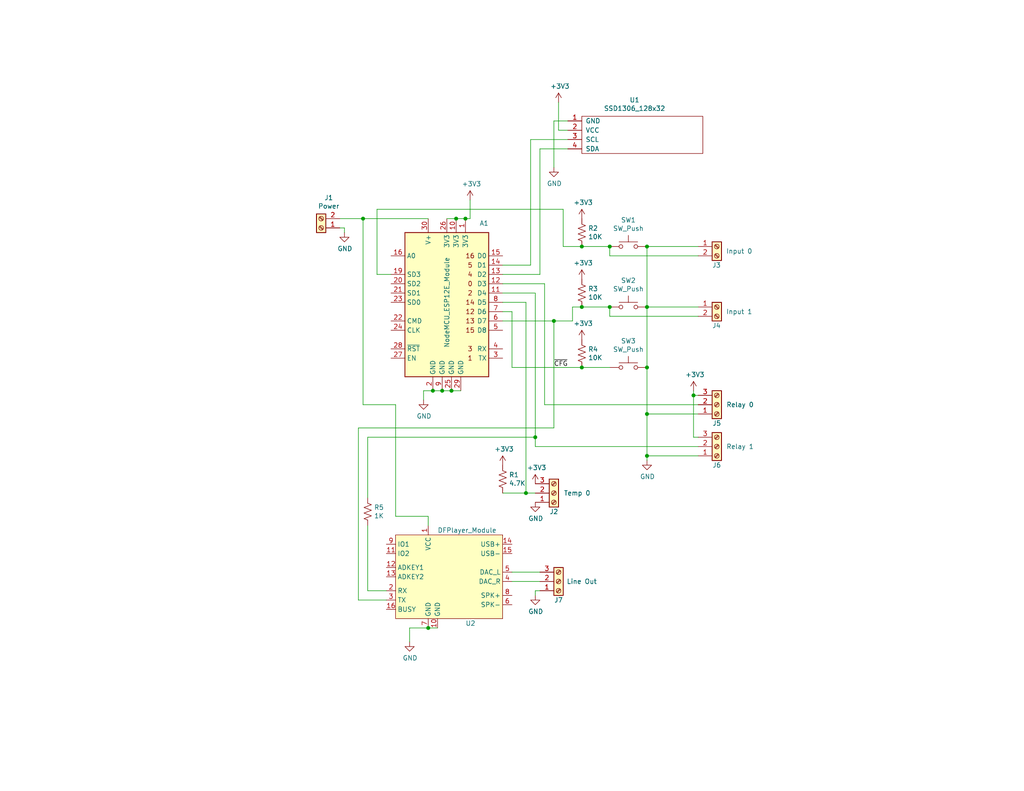
<source format=kicad_sch>
(kicad_sch (version 20211123) (generator eeschema)
  (paper "USLetter")
  (lib_symbols
    (symbol "Connector:Screw_Terminal_01x02" (pin_names (offset 1.016) hide)
      (property "Reference" "J" (at 0 2.54 0))
      (property "Value" "Screw_Terminal_01x02" (at 0 -5.08 0))
      (symbol "Screw_Terminal_01x02_1_1"
        (rectangle (start -1.27 1.27) (end 1.27 -3.81) (stroke (width 0.254)) (fill (type background)))
        (circle (center 0 -2.54) (radius 0.635) (stroke (width 0.1524)))
        (polyline (pts (xy -0.5334 -2.2098) (xy 0.3302 -3.048)) (stroke (width 0.1524)))
        (polyline (pts (xy -0.5334 0.3302) (xy 0.3302 -0.508)) (stroke (width 0.1524)))
        (polyline (pts (xy -0.3556 -2.032) (xy 0.508 -2.8702)) (stroke (width 0.1524)))
        (polyline (pts (xy -0.3556 0.508) (xy 0.508 -0.3302)) (stroke (width 0.1524)))
        (circle (center 0 0) (radius 0.635) (stroke (width 0.1524)))
        (pin passive line (at -5.08 0 0) (length 3.81) (name "Pin_1") (number "1"))
        (pin passive line (at -5.08 -2.54 0) (length 3.81) (name "Pin_2") (number "2"))
      )
    )
    (symbol "Connector:Screw_Terminal_01x03" (pin_names (offset 1.016) hide)
      (property "Reference" "J" (at 0 5.08 0))
      (property "Value" "Screw_Terminal_01x03" (at 0 -5.08 0))
      (symbol "Screw_Terminal_01x03_1_1"
        (rectangle (start -1.27 3.81) (end 1.27 -3.81) (stroke (width 0.254)) (fill (type background)))
        (circle (center 0 -2.54) (radius 0.635) (stroke (width 0.1524)))
        (polyline (pts (xy -0.5334 -2.2098) (xy 0.3302 -3.048)) (stroke (width 0.1524)))
        (polyline (pts (xy -0.5334 0.3302) (xy 0.3302 -0.508)) (stroke (width 0.1524)))
        (polyline (pts (xy -0.5334 2.8702) (xy 0.3302 2.032)) (stroke (width 0.1524)))
        (polyline (pts (xy -0.3556 -2.032) (xy 0.508 -2.8702)) (stroke (width 0.1524)))
        (polyline (pts (xy -0.3556 0.508) (xy 0.508 -0.3302)) (stroke (width 0.1524)))
        (polyline (pts (xy -0.3556 3.048) (xy 0.508 2.2098)) (stroke (width 0.1524)))
        (circle (center 0 0) (radius 0.635) (stroke (width 0.1524)))
        (circle (center 0 2.54) (radius 0.635) (stroke (width 0.1524)))
        (pin passive line (at -5.08 2.54 0) (length 3.81) (name "Pin_1") (number "1"))
        (pin passive line (at -5.08 0 0) (length 3.81) (name "Pin_2") (number "2"))
        (pin passive line (at -5.08 -2.54 0) (length 3.81) (name "Pin_3") (number "3"))
      )
    )
    (symbol "Device:R_US" (pin_numbers hide) (pin_names (offset 0))
      (property "Reference" "R" (at 2.54 0 90))
      (property "Value" "R_US" (at -2.54 0 90))
      (symbol "R_US_0_1"
        (polyline (pts (xy 0 -2.286) (xy 0 -2.54)))
        (polyline (pts (xy 0 2.286) (xy 0 2.54)))
        (polyline (pts (xy 0 -0.762) (xy 1.016 -1.143) (xy 0 -1.524) (xy -1.016 -1.905) (xy 0 -2.286)))
        (polyline (pts (xy 0 0.762) (xy 1.016 0.381) (xy 0 0) (xy -1.016 -0.381) (xy 0 -0.762)))
        (polyline (pts (xy 0 2.286) (xy 1.016 1.905) (xy 0 1.524) (xy -1.016 1.143) (xy 0 0.762)))
      )
      (symbol "R_US_1_1"
        (pin passive line (at 0 3.81 270) (length 1.27) (name "~") (number "1"))
        (pin passive line (at 0 -3.81 90) (length 1.27) (name "~") (number "2"))
      )
    )
    (symbol "MDS_Library:DFPlayer_Module"
      (property "Reference" "U" (at 8.89 -22.86 0))
      (property "Value" "DFPlayer_Module" (at 8.89 -20.32 0))
      (symbol "DFPlayer_Module_0_0"
        (pin power_in line (at 2.54 -7.62 270) (length 2.54) (name "VCC") (number "1"))
        (pin power_in line (at 5.08 -35.56 90) (length 2.54) (name "GND") (number "10"))
        (pin input line (at -8.89 -15.24 0) (length 2.54) (name "IO2") (number "11"))
        (pin input line (at -8.89 -19.05 0) (length 2.54) (name "ADKEY1") (number "12"))
        (pin input line (at -8.89 -21.59 0) (length 2.54) (name "ADKEY2") (number "13"))
        (pin bidirectional line (at 25.4 -12.7 180) (length 2.54) (name "USB+") (number "14"))
        (pin bidirectional line (at 25.4 -15.24 180) (length 2.54) (name "USB-") (number "15"))
        (pin output line (at -8.89 -30.48 0) (length 2.54) (name "BUSY") (number "16"))
        (pin input line (at -8.89 -25.4 0) (length 2.54) (name "RX") (number "2"))
        (pin output line (at -8.89 -27.94 0) (length 2.54) (name "TX") (number "3"))
        (pin output line (at 25.4 -22.86 180) (length 2.54) (name "DAC_R") (number "4"))
        (pin output line (at 25.4 -20.32 180) (length 2.54) (name "DAC_L") (number "5"))
        (pin output line (at 25.4 -29.21 180) (length 2.54) (name "SPK-") (number "6"))
        (pin power_in line (at 2.54 -35.56 90) (length 2.54) (name "GND") (number "7"))
        (pin output line (at 25.4 -26.67 180) (length 2.54) (name "SPK+") (number "8"))
        (pin input line (at -8.89 -12.7 0) (length 2.54) (name "IO1") (number "9"))
      )
      (symbol "DFPlayer_Module_0_1"
        (rectangle (start -6.35 -10.16) (end 22.86 -33.02) (stroke (width 0.1524)) (fill (type background)))
      )
    )
    (symbol "NodeMCU:NodeMCU_ESP12E_Module"
      (property "Reference" "A" (at 7.62 19.05 0))
      (property "Value" "NodeMCU_ESP12E_Module" (at 7.62 -25.4 0))
      (symbol "NodeMCU_ESP12E_Module_0_0"
        (text "0" (at 6.35 2.54 0) (effects (font (size 1.27 1.27))))
        (text "1" (at 6.35 -17.78 0) (effects (font (size 1.27 1.27))))
        (text "12" (at 6.35 -5.08 0) (effects (font (size 1.27 1.27))))
        (text "13" (at 6.35 -7.62 0) (effects (font (size 1.27 1.27))))
        (text "14" (at 6.35 -2.54 0) (effects (font (size 1.27 1.27))))
        (text "15" (at 6.35 -10.16 0) (effects (font (size 1.27 1.27))))
        (text "16" (at 6.35 10.16 0) (effects (font (size 1.27 1.27))))
        (text "2" (at 6.35 0 0) (effects (font (size 1.27 1.27))))
        (text "3" (at 6.35 -15.24 0) (effects (font (size 1.27 1.27))))
        (text "4" (at 6.35 5.08 0) (effects (font (size 1.27 1.27))))
        (text "5" (at 6.35 7.62 0) (effects (font (size 1.27 1.27))))
      )
      (symbol "NodeMCU_ESP12E_Module_0_1"
        (rectangle (start -11.43 16.51) (end 11.43 -22.86) (stroke (width 0.254)) (fill (type background)))
      )
      (symbol "NodeMCU_ESP12E_Module_1_1"
        (pin power_out line (at 5.08 20.32 270) (length 3.81) (name "3V3") (number "1"))
        (pin power_in line (at 2.54 20.32 270) (length 3.81) (name "3V3") (number "10"))
        (pin bidirectional line (at 15.24 0 180) (length 3.81) (name "D4") (number "11"))
        (pin bidirectional line (at 15.24 2.54 180) (length 3.81) (name "D3") (number "12"))
        (pin bidirectional line (at 15.24 5.08 180) (length 3.81) (name "D2") (number "13"))
        (pin bidirectional line (at 15.24 7.62 180) (length 3.81) (name "D1") (number "14"))
        (pin bidirectional line (at 15.24 10.16 180) (length 3.81) (name "D0") (number "15"))
        (pin bidirectional line (at -15.24 10.16 0) (length 3.81) (name "A0") (number "16"))
        (pin bidirectional line (at -15.24 5.08 0) (length 3.81) (name "SD3") (number "19"))
        (pin power_in line (at -3.81 -26.67 90) (length 3.81) (name "GND") (number "2"))
        (pin bidirectional line (at -15.24 2.54 0) (length 3.81) (name "SD2") (number "20"))
        (pin bidirectional line (at -15.24 0 0) (length 3.81) (name "SD1") (number "21"))
        (pin bidirectional line (at -15.24 -7.62 0) (length 3.81) (name "CMD") (number "22"))
        (pin bidirectional line (at -15.24 -2.54 0) (length 3.81) (name "SD0") (number "23"))
        (pin bidirectional line (at -15.24 -10.16 0) (length 3.81) (name "CLK") (number "24"))
        (pin power_in line (at 1.27 -26.67 90) (length 3.81) (name "GND") (number "25"))
        (pin power_in line (at 0 20.32 270) (length 3.81) (name "3V3") (number "26"))
        (pin input line (at -15.24 -17.78 0) (length 3.81) (name "EN") (number "27"))
        (pin input line (at -15.24 -15.24 0) (length 3.81) (name "~{RST}") (number "28"))
        (pin power_in line (at 3.81 -26.67 90) (length 3.81) (name "GND") (number "29"))
        (pin bidirectional line (at 15.24 -17.78 180) (length 3.81) (name "TX") (number "3"))
        (pin power_in line (at -5.08 20.32 270) (length 3.81) (name "V+") (number "30"))
        (pin bidirectional line (at 15.24 -15.24 180) (length 3.81) (name "RX") (number "4"))
        (pin bidirectional line (at 15.24 -10.16 180) (length 3.81) (name "D8") (number "5"))
        (pin bidirectional line (at 15.24 -7.62 180) (length 3.81) (name "D7") (number "6"))
        (pin bidirectional line (at 15.24 -5.08 180) (length 3.81) (name "D6") (number "7"))
        (pin bidirectional line (at 15.24 -2.54 180) (length 3.81) (name "D5") (number "8"))
        (pin power_in line (at -1.27 -26.67 90) (length 3.81) (name "GND") (number "9"))
      )
    )
    (symbol "NodeMCU:SSD1306_128x32" (pin_names (offset 1.016))
      (property "Reference" "U" (at 0 6.35 0))
      (property "Value" "SSD1306_128x32" (at 0 -6.35 0))
      (symbol "SSD1306_128x32_0_1"
        (rectangle (start -16.51 5.08) (end 16.51 -5.08))
      )
      (symbol "SSD1306_128x32_1_1"
        (pin power_in line (at -20.32 3.81 0) (length 3.81) (name "GND") (number "1"))
        (pin power_in line (at -20.32 1.27 0) (length 3.81) (name "VCC") (number "2"))
        (pin bidirectional line (at -20.32 -1.27 0) (length 3.81) (name "SCL") (number "3"))
        (pin bidirectional line (at -20.32 -3.81 0) (length 3.81) (name "SDA") (number "4"))
      )
    )
    (symbol "Switch:SW_Push" (pin_numbers hide) (pin_names (offset 1.016) hide)
      (property "Reference" "SW" (at 1.27 2.54 0))
      (property "Value" "SW_Push" (at 0 -1.524 0))
      (symbol "SW_Push_0_1"
        (circle (center -2.032 0) (radius 0.508))
        (polyline (pts (xy 0 1.27) (xy 0 3.048)))
        (polyline (pts (xy 2.54 1.27) (xy -2.54 1.27)))
        (circle (center 2.032 0) (radius 0.508))
        (pin passive line (at -5.08 0 0) (length 2.54) (name "1") (number "1"))
        (pin passive line (at 5.08 0 180) (length 2.54) (name "2") (number "2"))
      )
    )
    (symbol "power:+3V3" (power) (pin_names (offset 0))
      (property "Value" "+3V3" (at 0 3.556 0))
      (symbol "+3V3_0_1"
        (polyline (pts (xy -0.762 1.27) (xy 0 2.54)))
        (polyline (pts (xy 0 0) (xy 0 2.54)))
        (polyline (pts (xy 0 2.54) (xy 0.762 1.27)))
      )
      (symbol "+3V3_1_1"
        (pin power_in line (at 0 0 90) (length 0) hide (name "+3V3") (number "1"))
      )
    )
    (symbol "power:GND" (power) (pin_names (offset 0))
      (property "Value" "GND" (at 0 -3.81 0))
      (symbol "GND_0_1"
        (polyline (pts (xy 0 0) (xy 0 -1.27) (xy 1.27 -1.27) (xy 0 -2.54) (xy -1.27 -1.27) (xy 0 -1.27)))
      )
      (symbol "GND_1_1"
        (pin power_in line (at 0 0 270) (length 0) hide (name "GND") (number "1"))
      )
    )
  )
  (junction (at 116.84 171.45))
  (junction (at 158.75 67.31))
  (junction (at 146.05 119.38))
  (junction (at 189.23 107.95))
  (junction (at 123.19 106.68))
  (junction (at 151.13 87.63))
  (junction (at 176.53 113.03))
  (junction (at 176.53 124.46))
  (junction (at 176.53 100.33))
  (junction (at 176.53 67.31))
  (junction (at 166.37 83.82))
  (junction (at 158.75 100.33))
  (junction (at 158.75 83.82))
  (junction (at 124.46 59.69))
  (junction (at 118.11 106.68))
  (junction (at 120.65 106.68))
  (junction (at 176.53 83.82))
  (junction (at 127 59.69))
  (junction (at 166.37 67.31))
  (junction (at 99.06 59.69))
  (junction (at 143.51 134.62))
  (wire (pts (xy 139.7 156.21) (xy 147.32 156.21)))
  (wire (pts (xy 146.05 80.01) (xy 146.05 119.38)))
  (wire (pts (xy 102.87 74.93) (xy 102.87 57.15)))
  (wire (pts (xy 116.84 171.45) (xy 119.38 171.45)))
  (wire (pts (xy 176.53 113.03) (xy 176.53 124.46)))
  (wire (pts (xy 137.16 87.63) (xy 151.13 87.63)))
  (wire (pts (xy 158.75 100.33) (xy 139.7 100.33)))
  (wire (pts (xy 190.5 86.36) (xy 166.37 86.36)))
  (wire (pts (xy 116.84 140.97) (xy 116.84 143.51)))
  (wire (pts (xy 100.33 119.38) (xy 100.33 135.89)))
  (wire (pts (xy 100.33 119.38) (xy 146.05 119.38)))
  (wire (pts (xy 190.5 110.49) (xy 148.59 110.49)))
  (wire (pts (xy 152.4 27.94) (xy 152.4 35.56)))
  (wire (pts (xy 97.79 116.84) (xy 97.79 163.83)))
  (wire (pts (xy 124.46 59.69) (xy 127 59.69)))
  (wire (pts (xy 190.5 124.46) (xy 176.53 124.46)))
  (wire (pts (xy 189.23 107.95) (xy 189.23 119.38)))
  (wire (pts (xy 128.27 54.61) (xy 128.27 59.69)))
  (wire (pts (xy 92.71 59.69) (xy 99.06 59.69)))
  (wire (pts (xy 93.98 62.23) (xy 93.98 63.5)))
  (wire (pts (xy 92.71 62.23) (xy 93.98 62.23)))
  (wire (pts (xy 189.23 107.95) (xy 190.5 107.95)))
  (wire (pts (xy 146.05 119.38) (xy 146.05 121.92)))
  (wire (pts (xy 99.06 59.69) (xy 99.06 110.49)))
  (wire (pts (xy 151.13 87.63) (xy 151.13 116.84)))
  (wire (pts (xy 143.51 134.62) (xy 146.05 134.62)))
  (wire (pts (xy 137.16 82.55) (xy 143.51 82.55)))
  (wire (pts (xy 146.05 121.92) (xy 190.5 121.92)))
  (wire (pts (xy 176.53 100.33) (xy 176.53 113.03)))
  (wire (pts (xy 137.16 80.01) (xy 146.05 80.01)))
  (wire (pts (xy 120.65 106.68) (xy 118.11 106.68)))
  (wire (pts (xy 144.78 38.1) (xy 144.78 72.39)))
  (wire (pts (xy 156.21 87.63) (xy 156.21 83.82)))
  (wire (pts (xy 153.67 67.31) (xy 158.75 67.31)))
  (wire (pts (xy 190.5 69.85) (xy 166.37 69.85)))
  (wire (pts (xy 137.16 134.62) (xy 143.51 134.62)))
  (wire (pts (xy 118.11 106.68) (xy 115.57 106.68)))
  (wire (pts (xy 166.37 83.82) (xy 158.75 83.82)))
  (wire (pts (xy 166.37 69.85) (xy 166.37 67.31)))
  (wire (pts (xy 190.5 83.82) (xy 176.53 83.82)))
  (wire (pts (xy 127 59.69) (xy 128.27 59.69)))
  (wire (pts (xy 176.53 83.82) (xy 176.53 100.33)))
  (wire (pts (xy 190.5 67.31) (xy 176.53 67.31)))
  (wire (pts (xy 111.76 175.26) (xy 111.76 171.45)))
  (wire (pts (xy 147.32 74.93) (xy 147.32 40.64)))
  (wire (pts (xy 139.7 100.33) (xy 139.7 85.09)))
  (wire (pts (xy 151.13 87.63) (xy 156.21 87.63)))
  (wire (pts (xy 152.4 35.56) (xy 154.94 35.56)))
  (wire (pts (xy 111.76 171.45) (xy 116.84 171.45)))
  (wire (pts (xy 166.37 86.36) (xy 166.37 83.82)))
  (wire (pts (xy 107.95 110.49) (xy 107.95 140.97)))
  (wire (pts (xy 107.95 140.97) (xy 116.84 140.97)))
  (wire (pts (xy 99.06 110.49) (xy 107.95 110.49)))
  (wire (pts (xy 148.59 77.47) (xy 137.16 77.47)))
  (wire (pts (xy 139.7 85.09) (xy 137.16 85.09)))
  (wire (pts (xy 147.32 161.29) (xy 146.05 161.29)))
  (wire (pts (xy 139.7 158.75) (xy 147.32 158.75)))
  (wire (pts (xy 154.94 33.02) (xy 151.13 33.02)))
  (wire (pts (xy 121.92 59.69) (xy 124.46 59.69)))
  (wire (pts (xy 147.32 40.64) (xy 154.94 40.64)))
  (wire (pts (xy 97.79 116.84) (xy 151.13 116.84)))
  (wire (pts (xy 100.33 143.51) (xy 100.33 161.29)))
  (wire (pts (xy 176.53 124.46) (xy 176.53 125.73)))
  (wire (pts (xy 137.16 74.93) (xy 147.32 74.93)))
  (wire (pts (xy 154.94 38.1) (xy 144.78 38.1)))
  (wire (pts (xy 106.68 74.93) (xy 102.87 74.93)))
  (wire (pts (xy 151.13 33.02) (xy 151.13 45.72)))
  (wire (pts (xy 143.51 82.55) (xy 143.51 134.62)))
  (wire (pts (xy 146.05 161.29) (xy 146.05 162.56)))
  (wire (pts (xy 176.53 67.31) (xy 176.53 83.82)))
  (wire (pts (xy 123.19 106.68) (xy 120.65 106.68)))
  (wire (pts (xy 97.79 163.83) (xy 105.41 163.83)))
  (wire (pts (xy 125.73 106.68) (xy 123.19 106.68)))
  (wire (pts (xy 189.23 119.38) (xy 190.5 119.38)))
  (wire (pts (xy 144.78 72.39) (xy 137.16 72.39)))
  (wire (pts (xy 115.57 106.68) (xy 115.57 109.22)))
  (wire (pts (xy 158.75 67.31) (xy 166.37 67.31)))
  (wire (pts (xy 156.21 83.82) (xy 158.75 83.82)))
  (wire (pts (xy 158.75 100.33) (xy 166.37 100.33)))
  (wire (pts (xy 148.59 110.49) (xy 148.59 77.47)))
  (wire (pts (xy 153.67 57.15) (xy 153.67 67.31)))
  (wire (pts (xy 189.23 106.68) (xy 189.23 107.95)))
  (wire (pts (xy 99.06 59.69) (xy 116.84 59.69)))
  (wire (pts (xy 190.5 113.03) (xy 176.53 113.03)))
  (wire (pts (xy 102.87 57.15) (xy 153.67 57.15)))
  (wire (pts (xy 100.33 161.29) (xy 105.41 161.29)))
  (label "~{CFG}" (at 151.13 100.33 0))
  (symbol (lib_id "NodeMCU:NodeMCU_ESP12E_Module") (at 121.92 80.01 0) (unit 1)
    (property "Reference" "A1" (at 132.08 60.96 0))
    (property "Value" "NodeMCU_ESP12E_Module" (at 121.92 82.55 90))
    (property "Footprint" "Module:NodeMCU" (effects hide))
    (property "Datasheet" "https://www.adafruit.com/product/2471" (effects hide))
  )
  (symbol (lib_id "NodeMCU:SSD1306_128x32") (at 175.26 36.83 0) (unit 1)
    (property "Reference" "U1" (at 173.1518 27.305 0))
    (property "Value" "SSD1306_128x32" (at 173.1518 29.6164 0))
    (property "Footprint" "Connector_PinHeader_2.54mm:PinHeader_1x04_P2.54mm_Vertical" (effects hide))
  )
  (symbol (lib_id "power:GND") (at 115.57 109.22 0) (unit 1)
    (property "Reference" "#PWR0101" (effects hide))
    (property "Value" "GND" (at 115.697 113.6142 0))
  )
  (symbol (lib_id "power:+3V3") (at 128.27 54.61 0) (unit 1)
    (property "Reference" "#PWR0102" (effects hide))
    (property "Value" "+3V3" (at 128.651 50.2158 0))
  )
  (symbol (lib_id "power:+3V3") (at 152.4 27.94 0) (unit 1)
    (property "Reference" "#PWR0103" (effects hide))
    (property "Value" "+3V3" (at 152.781 23.5458 0))
  )
  (symbol (lib_id "power:GND") (at 151.13 45.72 0) (unit 1)
    (property "Reference" "#PWR0104" (effects hide))
    (property "Value" "GND" (at 151.257 50.1142 0))
  )
  (symbol (lib_id "Switch:SW_Push") (at 171.45 67.31 0) (unit 1)
    (property "Reference" "SW1" (at 171.45 60.071 0))
    (property "Value" "SW_Push" (at 171.45 62.3824 0))
    (property "Footprint" "Button_Switch_THT:SW_PUSH_6mm_H4.3mm" (effects hide))
  )
  (symbol (lib_id "Switch:SW_Push") (at 171.45 83.82 0) (unit 1)
    (property "Reference" "SW2" (at 171.45 76.581 0))
    (property "Value" "SW_Push" (at 171.45 78.8924 0))
    (property "Footprint" "Button_Switch_THT:SW_PUSH_6mm_H4.3mm" (effects hide))
  )
  (symbol (lib_id "Switch:SW_Push") (at 171.45 100.33 0) (unit 1)
    (property "Reference" "SW3" (at 171.45 93.091 0))
    (property "Value" "SW_Push" (at 171.45 95.4024 0))
    (property "Footprint" "Button_Switch_THT:SW_PUSH_6mm_H4.3mm" (effects hide))
  )
  (symbol (lib_id "Connector:Screw_Terminal_01x03") (at 151.13 134.62 0) (mirror x) (unit 1)
    (property "Reference" "J2" (at 151.13 139.7 0))
    (property "Value" "Temp 0" (at 157.48 134.62 0))
    (property "Footprint" "TerminalBlock_Phoenix:TerminalBlock_Phoenix_MPT-0,5-3-2.54_1x03_P2.54mm_Horizontal" (effects hide))
  )
  (symbol (lib_id "Connector:Screw_Terminal_01x02") (at 87.63 62.23 180) (unit 1)
    (property "Reference" "J1" (at 89.7128 53.975 0))
    (property "Value" "Power" (at 89.7128 56.2864 0))
    (property "Footprint" "TerminalBlock_Phoenix:TerminalBlock_Phoenix_MPT-0,5-2-2.54_1x02_P2.54mm_Horizontal" (effects hide))
  )
  (symbol (lib_id "Connector:Screw_Terminal_01x02") (at 195.58 67.31 0) (unit 1)
    (property "Reference" "J3" (at 194.31 72.39 0) (effects (justify left)))
    (property "Value" "Input 0" (at 198.12 68.58 0) (effects (justify left)))
    (property "Footprint" "TerminalBlock_Phoenix:TerminalBlock_Phoenix_MPT-0,5-2-2.54_1x02_P2.54mm_Horizontal" (effects hide))
  )
  (symbol (lib_id "Connector:Screw_Terminal_01x02") (at 195.58 83.82 0) (unit 1)
    (property "Reference" "J4" (at 194.31 88.9 0) (effects (justify left)))
    (property "Value" "Input 1" (at 198.12 85.09 0) (effects (justify left)))
    (property "Footprint" "TerminalBlock_Phoenix:TerminalBlock_Phoenix_MPT-0,5-2-2.54_1x02_P2.54mm_Horizontal" (effects hide))
  )
  (symbol (lib_id "Connector:Screw_Terminal_01x03") (at 195.58 110.49 0) (mirror x) (unit 1)
    (property "Reference" "J5" (at 195.58 115.57 0))
    (property "Value" "Relay 0" (at 201.93 110.49 0))
    (property "Footprint" "TerminalBlock_Phoenix:TerminalBlock_Phoenix_MPT-0,5-3-2.54_1x03_P2.54mm_Horizontal" (effects hide))
  )
  (symbol (lib_id "Connector:Screw_Terminal_01x03") (at 195.58 121.92 0) (mirror x) (unit 1)
    (property "Reference" "J6" (at 195.58 127 0))
    (property "Value" "Relay 1" (at 201.93 121.92 0))
    (property "Footprint" "TerminalBlock_Phoenix:TerminalBlock_Phoenix_MPT-0,5-3-2.54_1x03_P2.54mm_Horizontal" (effects hide))
  )
  (symbol (lib_id "Device:R_US") (at 158.75 80.01 0) (unit 1)
    (property "Reference" "R3" (at 160.4772 78.8416 0) (effects (justify left)))
    (property "Value" "10K" (at 160.4772 81.153 0) (effects (justify left)))
    (property "Footprint" "Resistor_THT:R_Axial_DIN0207_L6.3mm_D2.5mm_P10.16mm_Horizontal" (effects hide))
  )
  (symbol (lib_id "Device:R_US") (at 158.75 63.5 0) (unit 1)
    (property "Reference" "R2" (at 160.4772 62.3316 0) (effects (justify left)))
    (property "Value" "10K" (at 160.4772 64.643 0) (effects (justify left)))
    (property "Footprint" "Resistor_THT:R_Axial_DIN0207_L6.3mm_D2.5mm_P10.16mm_Horizontal" (effects hide))
  )
  (symbol (lib_id "Device:R_US") (at 158.75 96.52 0) (unit 1)
    (property "Reference" "R4" (at 160.4772 95.3516 0) (effects (justify left)))
    (property "Value" "10K" (at 160.4772 97.663 0) (effects (justify left)))
    (property "Footprint" "Resistor_THT:R_Axial_DIN0207_L6.3mm_D2.5mm_P10.16mm_Horizontal" (effects hide))
  )
  (symbol (lib_id "power:GND") (at 176.53 125.73 0) (unit 1)
    (property "Reference" "#PWR0105" (effects hide))
    (property "Value" "GND" (at 176.657 130.1242 0))
  )
  (symbol (lib_id "power:+3V3") (at 158.75 59.69 0) (unit 1)
    (property "Reference" "#PWR0106" (effects hide))
    (property "Value" "+3V3" (at 159.131 55.2958 0))
  )
  (symbol (lib_id "power:+3V3") (at 158.75 76.2 0) (unit 1)
    (property "Reference" "#PWR0107" (effects hide))
    (property "Value" "+3V3" (at 159.131 71.8058 0))
  )
  (symbol (lib_id "power:+3V3") (at 158.75 92.71 0) (unit 1)
    (property "Reference" "#PWR0108" (effects hide))
    (property "Value" "+3V3" (at 159.131 88.3158 0))
  )
  (symbol (lib_id "Device:R_US") (at 137.16 130.81 0) (unit 1)
    (property "Reference" "R1" (at 138.8872 129.6416 0) (effects (justify left)))
    (property "Value" "4.7K" (at 138.8872 131.953 0) (effects (justify left)))
    (property "Footprint" "Resistor_THT:R_Axial_DIN0207_L6.3mm_D2.5mm_P10.16mm_Horizontal" (effects hide))
  )
  (symbol (lib_id "power:+3V3") (at 137.16 127 0) (unit 1)
    (property "Reference" "#PWR0109" (effects hide))
    (property "Value" "+3V3" (at 137.541 122.6058 0))
  )
  (symbol (lib_id "power:+3V3") (at 146.05 132.08 0) (unit 1)
    (property "Reference" "#PWR0110" (effects hide))
    (property "Value" "+3V3" (at 146.431 127.6858 0))
  )
  (symbol (lib_id "power:GND") (at 146.05 137.16 0) (unit 1)
    (property "Reference" "#PWR0111" (effects hide))
    (property "Value" "GND" (at 146.177 141.5542 0))
  )
  (symbol (lib_id "power:+3V3") (at 189.23 106.68 0) (unit 1)
    (property "Reference" "#PWR0112" (effects hide))
    (property "Value" "+3V3" (at 189.611 102.2858 0))
  )
  (symbol (lib_id "power:GND") (at 93.98 63.5 0) (unit 1)
    (property "Reference" "#PWR0113" (effects hide))
    (property "Value" "GND" (at 94.107 67.8942 0))
  )
  (symbol (lib_id "Connector:Screw_Terminal_01x03") (at 152.4 158.75 0) (mirror x) (unit 1)
    (property "Reference" "J7" (at 152.4 163.83 0))
    (property "Value" "Line Out" (at 158.75 158.75 0))
    (property "Footprint" "TerminalBlock_Phoenix:TerminalBlock_Phoenix_MPT-0,5-3-2.54_1x03_P2.54mm_Horizontal" (effects hide))
  )
  (symbol (lib_id "power:GND") (at 146.05 162.56 0) (unit 1)
    (property "Reference" "#PWR03" (effects hide))
    (property "Value" "GND" (at 146.177 166.9542 0))
  )
  (symbol (lib_id "MDS_Library:DFPlayer_Module") (at 114.3 135.89 0) (unit 1)
    (property "Reference" "U2" (at 127 170.18 0) (effects (justify left)))
    (property "Value" "DFPlayer_Module" (at 119.38 144.78 0) (effects (justify left)))
    (property "Footprint" "Module:Module_DIP16_17.8mm" (effects hide))
  )
  (symbol (lib_id "power:GND") (at 111.76 175.26 0) (unit 1)
    (property "Reference" "#PWR01" (effects hide))
    (property "Value" "GND" (at 111.887 179.6542 0))
  )
  (symbol (lib_id "Device:R_US") (at 100.33 139.7 0) (unit 1)
    (property "Reference" "R5" (at 102.0572 138.5316 0) (effects (justify left)))
    (property "Value" "1K" (at 102.0572 140.843 0) (effects (justify left)))
    (property "Footprint" "Resistor_THT:R_Axial_DIN0207_L6.3mm_D2.5mm_P10.16mm_Horizontal" (effects hide))
  )
)
</source>
